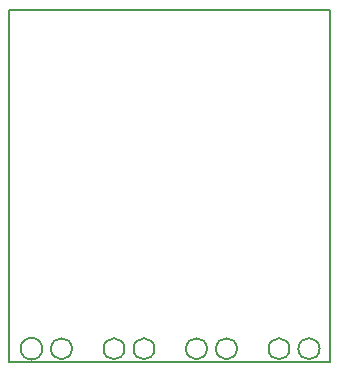
<source format=gbr>
G04 #@! TF.FileFunction,Profile,NP*
%FSLAX46Y46*%
G04 Gerber Fmt 4.6, Leading zero omitted, Abs format (unit mm)*
G04 Created by KiCad (PCBNEW 4.0.7) date 03/14/18 22:24:58*
%MOMM*%
%LPD*%
G01*
G04 APERTURE LIST*
%ADD10C,0.100000*%
%ADD11C,0.150000*%
G04 APERTURE END LIST*
D10*
D11*
X153298026Y-136652000D02*
G75*
G03X153298026Y-136652000I-898026J0D01*
G01*
X150749000Y-136652000D02*
G75*
G03X150749000Y-136652000I-889000J0D01*
G01*
X146304000Y-136652000D02*
G75*
G03X146304000Y-136652000I-889000J0D01*
G01*
X143764000Y-136652000D02*
G75*
G03X143764000Y-136652000I-889000J0D01*
G01*
X139319000Y-136652000D02*
G75*
G03X139319000Y-136652000I-889000J0D01*
G01*
X136779000Y-136652000D02*
G75*
G03X136779000Y-136652000I-889000J0D01*
G01*
X132334000Y-136652000D02*
G75*
G03X132334000Y-136652000I-889000J0D01*
G01*
X129820810Y-136652000D02*
G75*
G03X129820810Y-136652000I-915810J0D01*
G01*
X154178000Y-107950000D02*
X127000000Y-107950000D01*
X154178000Y-137795000D02*
X154178000Y-107950000D01*
X127000000Y-137795000D02*
X154178000Y-137795000D01*
X127000000Y-137795000D02*
X127000000Y-107950000D01*
M02*

</source>
